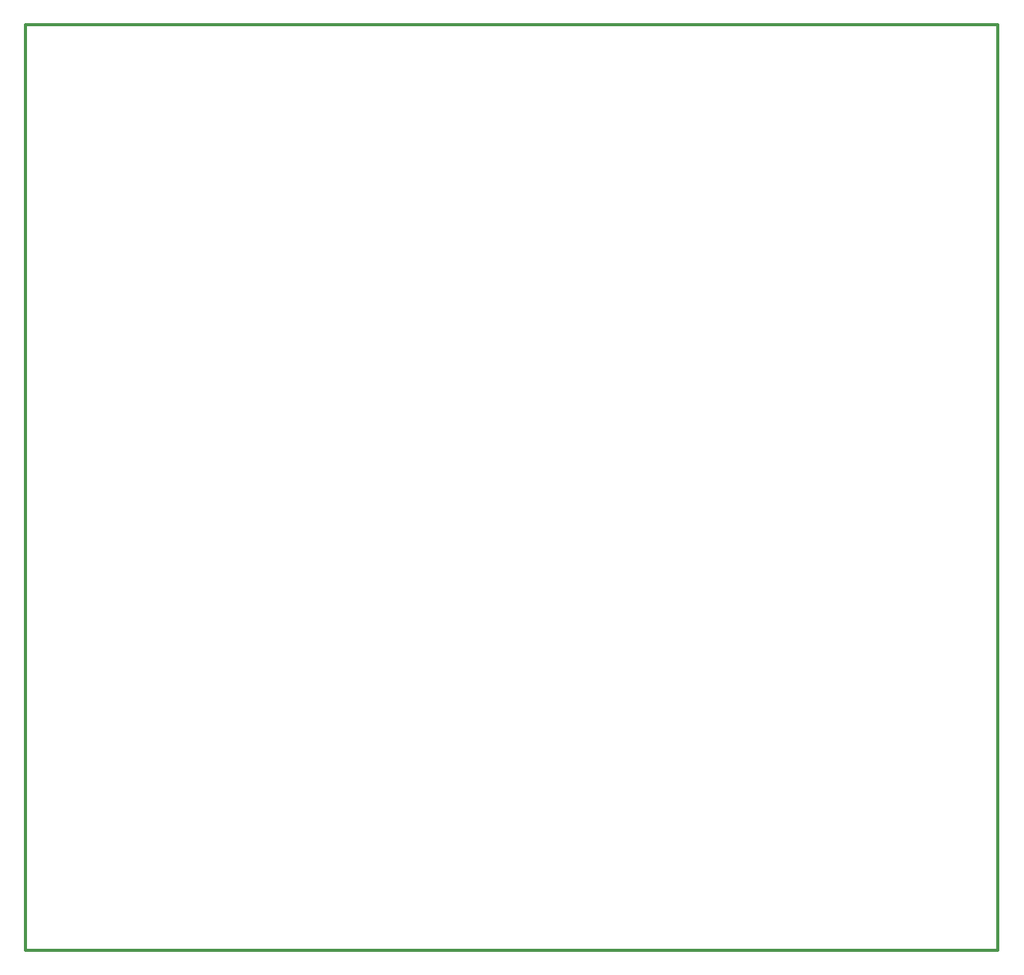
<source format=gko>
%FSTAX44Y44*%
%MOMM*%
G71*
G01*
G75*
G04 Layer_Color=16744960*
G04:AMPARAMS|DCode=10|XSize=0.8mm|YSize=1mm|CornerRadius=0.2mm|HoleSize=0mm|Usage=FLASHONLY|Rotation=270.000|XOffset=0mm|YOffset=0mm|HoleType=Round|Shape=RoundedRectangle|*
%AMROUNDEDRECTD10*
21,1,0.8000,0.6000,0,0,270.0*
21,1,0.4000,1.0000,0,0,270.0*
1,1,0.4000,-0.3000,-0.2000*
1,1,0.4000,-0.3000,0.2000*
1,1,0.4000,0.3000,0.2000*
1,1,0.4000,0.3000,-0.2000*
%
%ADD10ROUNDEDRECTD10*%
G04:AMPARAMS|DCode=11|XSize=0.8mm|YSize=1mm|CornerRadius=0.2mm|HoleSize=0mm|Usage=FLASHONLY|Rotation=0.000|XOffset=0mm|YOffset=0mm|HoleType=Round|Shape=RoundedRectangle|*
%AMROUNDEDRECTD11*
21,1,0.8000,0.6000,0,0,0.0*
21,1,0.4000,1.0000,0,0,0.0*
1,1,0.4000,0.2000,-0.3000*
1,1,0.4000,-0.2000,-0.3000*
1,1,0.4000,-0.2000,0.3000*
1,1,0.4000,0.2000,0.3000*
%
%ADD11ROUNDEDRECTD11*%
G04:AMPARAMS|DCode=12|XSize=0.9mm|YSize=0.8mm|CornerRadius=0.2mm|HoleSize=0mm|Usage=FLASHONLY|Rotation=90.000|XOffset=0mm|YOffset=0mm|HoleType=Round|Shape=RoundedRectangle|*
%AMROUNDEDRECTD12*
21,1,0.9000,0.4000,0,0,90.0*
21,1,0.5000,0.8000,0,0,90.0*
1,1,0.4000,0.2000,0.2500*
1,1,0.4000,0.2000,-0.2500*
1,1,0.4000,-0.2000,-0.2500*
1,1,0.4000,-0.2000,0.2500*
%
%ADD12ROUNDEDRECTD12*%
G04:AMPARAMS|DCode=13|XSize=0.45mm|YSize=0.8mm|CornerRadius=0.1125mm|HoleSize=0mm|Usage=FLASHONLY|Rotation=180.000|XOffset=0mm|YOffset=0mm|HoleType=Round|Shape=RoundedRectangle|*
%AMROUNDEDRECTD13*
21,1,0.4500,0.5750,0,0,180.0*
21,1,0.2250,0.8000,0,0,180.0*
1,1,0.2250,-0.1125,0.2875*
1,1,0.2250,0.1125,0.2875*
1,1,0.2250,0.1125,-0.2875*
1,1,0.2250,-0.1125,-0.2875*
%
%ADD13ROUNDEDRECTD13*%
G04:AMPARAMS|DCode=14|XSize=1mm|YSize=0.8mm|CornerRadius=0.2mm|HoleSize=0mm|Usage=FLASHONLY|Rotation=180.000|XOffset=0mm|YOffset=0mm|HoleType=Round|Shape=RoundedRectangle|*
%AMROUNDEDRECTD14*
21,1,1.0000,0.4000,0,0,180.0*
21,1,0.6000,0.8000,0,0,180.0*
1,1,0.4000,-0.3000,0.2000*
1,1,0.4000,0.3000,0.2000*
1,1,0.4000,0.3000,-0.2000*
1,1,0.4000,-0.3000,-0.2000*
%
%ADD14ROUNDEDRECTD14*%
G04:AMPARAMS|DCode=15|XSize=1.9mm|YSize=0.4mm|CornerRadius=0.1mm|HoleSize=0mm|Usage=FLASHONLY|Rotation=180.000|XOffset=0mm|YOffset=0mm|HoleType=Round|Shape=RoundedRectangle|*
%AMROUNDEDRECTD15*
21,1,1.9000,0.2000,0,0,180.0*
21,1,1.7000,0.4000,0,0,180.0*
1,1,0.2000,-0.8500,0.1000*
1,1,0.2000,0.8500,0.1000*
1,1,0.2000,0.8500,-0.1000*
1,1,0.2000,-0.8500,-0.1000*
%
%ADD15ROUNDEDRECTD15*%
G04:AMPARAMS|DCode=16|XSize=0.8mm|YSize=0.85mm|CornerRadius=0.2mm|HoleSize=0mm|Usage=FLASHONLY|Rotation=90.000|XOffset=0mm|YOffset=0mm|HoleType=Round|Shape=RoundedRectangle|*
%AMROUNDEDRECTD16*
21,1,0.8000,0.4500,0,0,90.0*
21,1,0.4000,0.8500,0,0,90.0*
1,1,0.4000,0.2250,0.2000*
1,1,0.4000,0.2250,-0.2000*
1,1,0.4000,-0.2250,-0.2000*
1,1,0.4000,-0.2250,0.2000*
%
%ADD16ROUNDEDRECTD16*%
G04:AMPARAMS|DCode=17|XSize=1.6mm|YSize=1.3mm|CornerRadius=0.325mm|HoleSize=0mm|Usage=FLASHONLY|Rotation=0.000|XOffset=0mm|YOffset=0mm|HoleType=Round|Shape=RoundedRectangle|*
%AMROUNDEDRECTD17*
21,1,1.6000,0.6500,0,0,0.0*
21,1,0.9500,1.3000,0,0,0.0*
1,1,0.6500,0.4750,-0.3250*
1,1,0.6500,-0.4750,-0.3250*
1,1,0.6500,-0.4750,0.3250*
1,1,0.6500,0.4750,0.3250*
%
%ADD17ROUNDEDRECTD17*%
G04:AMPARAMS|DCode=18|XSize=2mm|YSize=1.6mm|CornerRadius=0.4mm|HoleSize=0mm|Usage=FLASHONLY|Rotation=90.000|XOffset=0mm|YOffset=0mm|HoleType=Round|Shape=RoundedRectangle|*
%AMROUNDEDRECTD18*
21,1,2.0000,0.8000,0,0,90.0*
21,1,1.2000,1.6000,0,0,90.0*
1,1,0.8000,0.4000,0.6000*
1,1,0.8000,0.4000,-0.6000*
1,1,0.8000,-0.4000,-0.6000*
1,1,0.8000,-0.4000,0.6000*
%
%ADD18ROUNDEDRECTD18*%
G04:AMPARAMS|DCode=19|XSize=2mm|YSize=2.6mm|CornerRadius=0.5mm|HoleSize=0mm|Usage=FLASHONLY|Rotation=90.000|XOffset=0mm|YOffset=0mm|HoleType=Round|Shape=RoundedRectangle|*
%AMROUNDEDRECTD19*
21,1,2.0000,1.6000,0,0,90.0*
21,1,1.0000,2.6000,0,0,90.0*
1,1,1.0000,0.8000,0.5000*
1,1,1.0000,0.8000,-0.5000*
1,1,1.0000,-0.8000,-0.5000*
1,1,1.0000,-0.8000,0.5000*
%
%ADD19ROUNDEDRECTD19*%
G04:AMPARAMS|DCode=20|XSize=1.25mm|YSize=1mm|CornerRadius=0.25mm|HoleSize=0mm|Usage=FLASHONLY|Rotation=180.000|XOffset=0mm|YOffset=0mm|HoleType=Round|Shape=RoundedRectangle|*
%AMROUNDEDRECTD20*
21,1,1.2500,0.5000,0,0,180.0*
21,1,0.7500,1.0000,0,0,180.0*
1,1,0.5000,-0.3750,0.2500*
1,1,0.5000,0.3750,0.2500*
1,1,0.5000,0.3750,-0.2500*
1,1,0.5000,-0.3750,-0.2500*
%
%ADD20ROUNDEDRECTD20*%
G04:AMPARAMS|DCode=21|XSize=1.8mm|YSize=2.8mm|CornerRadius=0.18mm|HoleSize=0mm|Usage=FLASHONLY|Rotation=90.000|XOffset=0mm|YOffset=0mm|HoleType=Round|Shape=RoundedRectangle|*
%AMROUNDEDRECTD21*
21,1,1.8000,2.4400,0,0,90.0*
21,1,1.4400,2.8000,0,0,90.0*
1,1,0.3600,1.2200,0.7200*
1,1,0.3600,1.2200,-0.7200*
1,1,0.3600,-1.2200,-0.7200*
1,1,0.3600,-1.2200,0.7200*
%
%ADD21ROUNDEDRECTD21*%
G04:AMPARAMS|DCode=22|XSize=0.7mm|YSize=1mm|CornerRadius=0.175mm|HoleSize=0mm|Usage=FLASHONLY|Rotation=270.000|XOffset=0mm|YOffset=0mm|HoleType=Round|Shape=RoundedRectangle|*
%AMROUNDEDRECTD22*
21,1,0.7000,0.6500,0,0,270.0*
21,1,0.3500,1.0000,0,0,270.0*
1,1,0.3500,-0.3250,-0.1750*
1,1,0.3500,-0.3250,0.1750*
1,1,0.3500,0.3250,0.1750*
1,1,0.3500,0.3250,-0.1750*
%
%ADD22ROUNDEDRECTD22*%
G04:AMPARAMS|DCode=23|XSize=2mm|YSize=1.6mm|CornerRadius=0.4mm|HoleSize=0mm|Usage=FLASHONLY|Rotation=0.000|XOffset=0mm|YOffset=0mm|HoleType=Round|Shape=RoundedRectangle|*
%AMROUNDEDRECTD23*
21,1,2.0000,0.8000,0,0,0.0*
21,1,1.2000,1.6000,0,0,0.0*
1,1,0.8000,0.6000,-0.4000*
1,1,0.8000,-0.6000,-0.4000*
1,1,0.8000,-0.6000,0.4000*
1,1,0.8000,0.6000,0.4000*
%
%ADD23ROUNDEDRECTD23*%
G04:AMPARAMS|DCode=24|XSize=2mm|YSize=2.6mm|CornerRadius=0.5mm|HoleSize=0mm|Usage=FLASHONLY|Rotation=0.000|XOffset=0mm|YOffset=0mm|HoleType=Round|Shape=RoundedRectangle|*
%AMROUNDEDRECTD24*
21,1,2.0000,1.6000,0,0,0.0*
21,1,1.0000,2.6000,0,0,0.0*
1,1,1.0000,0.5000,-0.8000*
1,1,1.0000,-0.5000,-0.8000*
1,1,1.0000,-0.5000,0.8000*
1,1,1.0000,0.5000,0.8000*
%
%ADD24ROUNDEDRECTD24*%
G04:AMPARAMS|DCode=25|XSize=2.4mm|YSize=3mm|CornerRadius=0.24mm|HoleSize=0mm|Usage=FLASHONLY|Rotation=270.000|XOffset=0mm|YOffset=0mm|HoleType=Round|Shape=RoundedRectangle|*
%AMROUNDEDRECTD25*
21,1,2.4000,2.5200,0,0,270.0*
21,1,1.9200,3.0000,0,0,270.0*
1,1,0.4800,-1.2600,-0.9600*
1,1,0.4800,-1.2600,0.9600*
1,1,0.4800,1.2600,0.9600*
1,1,0.4800,1.2600,-0.9600*
%
%ADD25ROUNDEDRECTD25*%
G04:AMPARAMS|DCode=26|XSize=2.65mm|YSize=1.75mm|CornerRadius=0.4375mm|HoleSize=0mm|Usage=FLASHONLY|Rotation=180.000|XOffset=0mm|YOffset=0mm|HoleType=Round|Shape=RoundedRectangle|*
%AMROUNDEDRECTD26*
21,1,2.6500,0.8750,0,0,180.0*
21,1,1.7750,1.7500,0,0,180.0*
1,1,0.8750,-0.8875,0.4375*
1,1,0.8750,0.8875,0.4375*
1,1,0.8750,0.8875,-0.4375*
1,1,0.8750,-0.8875,-0.4375*
%
%ADD26ROUNDEDRECTD26*%
G04:AMPARAMS|DCode=27|XSize=1.8mm|YSize=2.8mm|CornerRadius=0.18mm|HoleSize=0mm|Usage=FLASHONLY|Rotation=180.000|XOffset=0mm|YOffset=0mm|HoleType=Round|Shape=RoundedRectangle|*
%AMROUNDEDRECTD27*
21,1,1.8000,2.4400,0,0,180.0*
21,1,1.4400,2.8000,0,0,180.0*
1,1,0.3600,-0.7200,1.2200*
1,1,0.3600,0.7200,1.2200*
1,1,0.3600,0.7200,-1.2200*
1,1,0.3600,-0.7200,-1.2200*
%
%ADD27ROUNDEDRECTD27*%
G04:AMPARAMS|DCode=28|XSize=1.25mm|YSize=1mm|CornerRadius=0.25mm|HoleSize=0mm|Usage=FLASHONLY|Rotation=90.000|XOffset=0mm|YOffset=0mm|HoleType=Round|Shape=RoundedRectangle|*
%AMROUNDEDRECTD28*
21,1,1.2500,0.5000,0,0,90.0*
21,1,0.7500,1.0000,0,0,90.0*
1,1,0.5000,0.2500,0.3750*
1,1,0.5000,0.2500,-0.3750*
1,1,0.5000,-0.2500,-0.3750*
1,1,0.5000,-0.2500,0.3750*
%
%ADD28ROUNDEDRECTD28*%
%ADD29O,0.4000X1.9000*%
G04:AMPARAMS|DCode=30|XSize=0.9mm|YSize=0.8mm|CornerRadius=0.2mm|HoleSize=0mm|Usage=FLASHONLY|Rotation=180.000|XOffset=0mm|YOffset=0mm|HoleType=Round|Shape=RoundedRectangle|*
%AMROUNDEDRECTD30*
21,1,0.9000,0.4000,0,0,180.0*
21,1,0.5000,0.8000,0,0,180.0*
1,1,0.4000,-0.2500,0.2000*
1,1,0.4000,0.2500,0.2000*
1,1,0.4000,0.2500,-0.2000*
1,1,0.4000,-0.2500,-0.2000*
%
%ADD30ROUNDEDRECTD30*%
G04:AMPARAMS|DCode=31|XSize=0.7mm|YSize=1mm|CornerRadius=0.175mm|HoleSize=0mm|Usage=FLASHONLY|Rotation=0.000|XOffset=0mm|YOffset=0mm|HoleType=Round|Shape=RoundedRectangle|*
%AMROUNDEDRECTD31*
21,1,0.7000,0.6500,0,0,0.0*
21,1,0.3500,1.0000,0,0,0.0*
1,1,0.3500,0.1750,-0.3250*
1,1,0.3500,-0.1750,-0.3250*
1,1,0.3500,-0.1750,0.3250*
1,1,0.3500,0.1750,0.3250*
%
%ADD31ROUNDEDRECTD31*%
G04:AMPARAMS|DCode=32|XSize=0.8mm|YSize=0.85mm|CornerRadius=0.2mm|HoleSize=0mm|Usage=FLASHONLY|Rotation=180.000|XOffset=0mm|YOffset=0mm|HoleType=Round|Shape=RoundedRectangle|*
%AMROUNDEDRECTD32*
21,1,0.8000,0.4500,0,0,180.0*
21,1,0.4000,0.8500,0,0,180.0*
1,1,0.4000,-0.2000,0.2250*
1,1,0.4000,0.2000,0.2250*
1,1,0.4000,0.2000,-0.2250*
1,1,0.4000,-0.2000,-0.2250*
%
%ADD32ROUNDEDRECTD32*%
G04:AMPARAMS|DCode=33|XSize=0.6mm|YSize=2.2mm|CornerRadius=0.15mm|HoleSize=0mm|Usage=FLASHONLY|Rotation=0.000|XOffset=0mm|YOffset=0mm|HoleType=Round|Shape=RoundedRectangle|*
%AMROUNDEDRECTD33*
21,1,0.6000,1.9000,0,0,0.0*
21,1,0.3000,2.2000,0,0,0.0*
1,1,0.3000,0.1500,-0.9500*
1,1,0.3000,-0.1500,-0.9500*
1,1,0.3000,-0.1500,0.9500*
1,1,0.3000,0.1500,0.9500*
%
%ADD33ROUNDEDRECTD33*%
G04:AMPARAMS|DCode=34|XSize=2.2mm|YSize=2.8mm|CornerRadius=0.33mm|HoleSize=0mm|Usage=FLASHONLY|Rotation=90.000|XOffset=0mm|YOffset=0mm|HoleType=Round|Shape=RoundedRectangle|*
%AMROUNDEDRECTD34*
21,1,2.2000,2.1400,0,0,90.0*
21,1,1.5400,2.8000,0,0,90.0*
1,1,0.6600,1.0700,0.7700*
1,1,0.6600,1.0700,-0.7700*
1,1,0.6600,-1.0700,-0.7700*
1,1,0.6600,-1.0700,0.7700*
%
%ADD34ROUNDEDRECTD34*%
G04:AMPARAMS|DCode=35|XSize=1mm|YSize=0.8mm|CornerRadius=0.2mm|HoleSize=0mm|Usage=FLASHONLY|Rotation=90.000|XOffset=0mm|YOffset=0mm|HoleType=Round|Shape=RoundedRectangle|*
%AMROUNDEDRECTD35*
21,1,1.0000,0.4000,0,0,90.0*
21,1,0.6000,0.8000,0,0,90.0*
1,1,0.4000,0.2000,0.3000*
1,1,0.4000,0.2000,-0.3000*
1,1,0.4000,-0.2000,-0.3000*
1,1,0.4000,-0.2000,0.3000*
%
%ADD35ROUNDEDRECTD35*%
G04:AMPARAMS|DCode=36|XSize=0.5mm|YSize=0.65mm|CornerRadius=0.125mm|HoleSize=0mm|Usage=FLASHONLY|Rotation=180.000|XOffset=0mm|YOffset=0mm|HoleType=Round|Shape=RoundedRectangle|*
%AMROUNDEDRECTD36*
21,1,0.5000,0.4000,0,0,180.0*
21,1,0.2500,0.6500,0,0,180.0*
1,1,0.2500,-0.1250,0.2000*
1,1,0.2500,0.1250,0.2000*
1,1,0.2500,0.1250,-0.2000*
1,1,0.2500,-0.1250,-0.2000*
%
%ADD36ROUNDEDRECTD36*%
G04:AMPARAMS|DCode=37|XSize=0.3mm|YSize=1.9mm|CornerRadius=0.075mm|HoleSize=0mm|Usage=FLASHONLY|Rotation=270.000|XOffset=0mm|YOffset=0mm|HoleType=Round|Shape=RoundedRectangle|*
%AMROUNDEDRECTD37*
21,1,0.3000,1.7500,0,0,270.0*
21,1,0.1500,1.9000,0,0,270.0*
1,1,0.1500,-0.8750,-0.0750*
1,1,0.1500,-0.8750,0.0750*
1,1,0.1500,0.8750,0.0750*
1,1,0.1500,0.8750,-0.0750*
%
%ADD37ROUNDEDRECTD37*%
G04:AMPARAMS|DCode=38|XSize=0.3mm|YSize=1.9mm|CornerRadius=0.075mm|HoleSize=0mm|Usage=FLASHONLY|Rotation=180.000|XOffset=0mm|YOffset=0mm|HoleType=Round|Shape=RoundedRectangle|*
%AMROUNDEDRECTD38*
21,1,0.3000,1.7500,0,0,180.0*
21,1,0.1500,1.9000,0,0,180.0*
1,1,0.1500,-0.0750,0.8750*
1,1,0.1500,0.0750,0.8750*
1,1,0.1500,0.0750,-0.8750*
1,1,0.1500,-0.0750,-0.8750*
%
%ADD38ROUNDEDRECTD38*%
G04:AMPARAMS|DCode=39|XSize=6mm|YSize=6mm|CornerRadius=0.3mm|HoleSize=0mm|Usage=FLASHONLY|Rotation=270.000|XOffset=0mm|YOffset=0mm|HoleType=Round|Shape=RoundedRectangle|*
%AMROUNDEDRECTD39*
21,1,6.0000,5.4000,0,0,270.0*
21,1,5.4000,6.0000,0,0,270.0*
1,1,0.6000,-2.7000,-2.7000*
1,1,0.6000,-2.7000,2.7000*
1,1,0.6000,2.7000,2.7000*
1,1,0.6000,2.7000,-2.7000*
%
%ADD39ROUNDEDRECTD39*%
%ADD40C,0.3000*%
%ADD41C,0.2540*%
%ADD42C,1.0000*%
%ADD43C,0.4000*%
%ADD44C,0.7000*%
%ADD45C,0.5000*%
%ADD46C,0.2500*%
%ADD47C,0.2000*%
%ADD48C,2.0000*%
%ADD49C,1.6000*%
%ADD50C,2.5000*%
%ADD51C,2.0000*%
%ADD52C,1.3000*%
%ADD53C,2.2000*%
%ADD54C,0.6000*%
%ADD55C,1.0000*%
%ADD56C,0.7000*%
%ADD57C,1.0160*%
%ADD58C,2.0160*%
G04:AMPARAMS|DCode=59|XSize=2.524mm|YSize=2.524mm|CornerRadius=0mm|HoleSize=0mm|Usage=FLASHONLY|Rotation=0.000|XOffset=0mm|YOffset=0mm|HoleType=Round|Shape=Relief|Width=0.254mm|Gap=0.254mm|Entries=4|*
%AMTHD59*
7,0,0,2.5240,2.0160,0.2540,45*
%
%ADD59THD59*%
%ADD60C,2.6160*%
%ADD61C,2.2160*%
%ADD62C,2.6160*%
G04:AMPARAMS|DCode=63|XSize=3.124mm|YSize=3.124mm|CornerRadius=0mm|HoleSize=0mm|Usage=FLASHONLY|Rotation=0.000|XOffset=0mm|YOffset=0mm|HoleType=Round|Shape=Relief|Width=0.254mm|Gap=0.254mm|Entries=4|*
%AMTHD63*
7,0,0,3.1240,2.6160,0.2540,45*
%
%ADD63THD63*%
%ADD64C,2.3160*%
G04:AMPARAMS|DCode=65|XSize=2.824mm|YSize=2.824mm|CornerRadius=0mm|HoleSize=0mm|Usage=FLASHONLY|Rotation=0.000|XOffset=0mm|YOffset=0mm|HoleType=Round|Shape=Relief|Width=0.254mm|Gap=0.254mm|Entries=4|*
%AMTHD65*
7,0,0,2.8240,2.3160,0.2540,45*
%
%ADD65THD65*%
%ADD66C,1.8160*%
G04:AMPARAMS|DCode=67|XSize=2.324mm|YSize=2.324mm|CornerRadius=0mm|HoleSize=0mm|Usage=FLASHONLY|Rotation=0.000|XOffset=0mm|YOffset=0mm|HoleType=Round|Shape=Relief|Width=0.254mm|Gap=0.254mm|Entries=4|*
%AMTHD67*
7,0,0,2.3240,1.8160,0.2540,45*
%
%ADD67THD67*%
%ADD68C,6.0960*%
G04:AMPARAMS|DCode=69|XSize=1.824mm|YSize=1.824mm|CornerRadius=0mm|HoleSize=0mm|Usage=FLASHONLY|Rotation=0.000|XOffset=0mm|YOffset=0mm|HoleType=Round|Shape=Relief|Width=0.254mm|Gap=0.254mm|Entries=4|*
%AMTHD69*
7,0,0,1.8240,1.3160,0.2540,45*
%
%ADD69THD69*%
%ADD70C,1.3160*%
G04:AMPARAMS|DCode=71|XSize=2.124mm|YSize=2.124mm|CornerRadius=0mm|HoleSize=0mm|Usage=FLASHONLY|Rotation=0.000|XOffset=0mm|YOffset=0mm|HoleType=Round|Shape=Relief|Width=0.254mm|Gap=0.254mm|Entries=4|*
%AMTHD71*
7,0,0,2.1240,1.6160,0.2540,45*
%
%ADD71THD71*%
%ADD72C,1.6160*%
%ADD73C,0.0254*%
%ADD74C,0.3500*%
G04:AMPARAMS|DCode=75|XSize=1mm|YSize=1.2mm|CornerRadius=0.3mm|HoleSize=0mm|Usage=FLASHONLY|Rotation=270.000|XOffset=0mm|YOffset=0mm|HoleType=Round|Shape=RoundedRectangle|*
%AMROUNDEDRECTD75*
21,1,1.0000,0.6000,0,0,270.0*
21,1,0.4000,1.2000,0,0,270.0*
1,1,0.6000,-0.3000,-0.2000*
1,1,0.6000,-0.3000,0.2000*
1,1,0.6000,0.3000,0.2000*
1,1,0.6000,0.3000,-0.2000*
%
%ADD75ROUNDEDRECTD75*%
G04:AMPARAMS|DCode=76|XSize=1mm|YSize=1.2mm|CornerRadius=0.3mm|HoleSize=0mm|Usage=FLASHONLY|Rotation=0.000|XOffset=0mm|YOffset=0mm|HoleType=Round|Shape=RoundedRectangle|*
%AMROUNDEDRECTD76*
21,1,1.0000,0.6000,0,0,0.0*
21,1,0.4000,1.2000,0,0,0.0*
1,1,0.6000,0.2000,-0.3000*
1,1,0.6000,-0.2000,-0.3000*
1,1,0.6000,-0.2000,0.3000*
1,1,0.6000,0.2000,0.3000*
%
%ADD76ROUNDEDRECTD76*%
G04:AMPARAMS|DCode=77|XSize=1.1032mm|YSize=1.0032mm|CornerRadius=0.3016mm|HoleSize=0mm|Usage=FLASHONLY|Rotation=90.000|XOffset=0mm|YOffset=0mm|HoleType=Round|Shape=RoundedRectangle|*
%AMROUNDEDRECTD77*
21,1,1.1032,0.4000,0,0,90.0*
21,1,0.5000,1.0032,0,0,90.0*
1,1,0.6032,0.2000,0.2500*
1,1,0.6032,0.2000,-0.2500*
1,1,0.6032,-0.2000,-0.2500*
1,1,0.6032,-0.2000,0.2500*
%
%ADD77ROUNDEDRECTD77*%
G04:AMPARAMS|DCode=78|XSize=0.6532mm|YSize=1.0032mm|CornerRadius=0.2141mm|HoleSize=0mm|Usage=FLASHONLY|Rotation=180.000|XOffset=0mm|YOffset=0mm|HoleType=Round|Shape=RoundedRectangle|*
%AMROUNDEDRECTD78*
21,1,0.6532,0.5750,0,0,180.0*
21,1,0.2250,1.0032,0,0,180.0*
1,1,0.4282,-0.1125,0.2875*
1,1,0.4282,0.1125,0.2875*
1,1,0.4282,0.1125,-0.2875*
1,1,0.4282,-0.1125,-0.2875*
%
%ADD78ROUNDEDRECTD78*%
G04:AMPARAMS|DCode=79|XSize=1.2032mm|YSize=1.0032mm|CornerRadius=0.3016mm|HoleSize=0mm|Usage=FLASHONLY|Rotation=180.000|XOffset=0mm|YOffset=0mm|HoleType=Round|Shape=RoundedRectangle|*
%AMROUNDEDRECTD79*
21,1,1.2032,0.4000,0,0,180.0*
21,1,0.6000,1.0032,0,0,180.0*
1,1,0.6032,-0.3000,0.2000*
1,1,0.6032,0.3000,0.2000*
1,1,0.6032,0.3000,-0.2000*
1,1,0.6032,-0.3000,-0.2000*
%
%ADD79ROUNDEDRECTD79*%
G04:AMPARAMS|DCode=80|XSize=2mm|YSize=0.5mm|CornerRadius=0.15mm|HoleSize=0mm|Usage=FLASHONLY|Rotation=180.000|XOffset=0mm|YOffset=0mm|HoleType=Round|Shape=RoundedRectangle|*
%AMROUNDEDRECTD80*
21,1,2.0000,0.2000,0,0,180.0*
21,1,1.7000,0.5000,0,0,180.0*
1,1,0.3000,-0.8500,0.1000*
1,1,0.3000,0.8500,0.1000*
1,1,0.3000,0.8500,-0.1000*
1,1,0.3000,-0.8500,-0.1000*
%
%ADD80ROUNDEDRECTD80*%
G04:AMPARAMS|DCode=81|XSize=1.0032mm|YSize=1.0532mm|CornerRadius=0.3016mm|HoleSize=0mm|Usage=FLASHONLY|Rotation=90.000|XOffset=0mm|YOffset=0mm|HoleType=Round|Shape=RoundedRectangle|*
%AMROUNDEDRECTD81*
21,1,1.0032,0.4500,0,0,90.0*
21,1,0.4000,1.0532,0,0,90.0*
1,1,0.6032,0.2250,0.2000*
1,1,0.6032,0.2250,-0.2000*
1,1,0.6032,-0.2250,-0.2000*
1,1,0.6032,-0.2250,0.2000*
%
%ADD81ROUNDEDRECTD81*%
G04:AMPARAMS|DCode=82|XSize=1.8032mm|YSize=1.5032mm|CornerRadius=0.4266mm|HoleSize=0mm|Usage=FLASHONLY|Rotation=0.000|XOffset=0mm|YOffset=0mm|HoleType=Round|Shape=RoundedRectangle|*
%AMROUNDEDRECTD82*
21,1,1.8032,0.6500,0,0,0.0*
21,1,0.9500,1.5032,0,0,0.0*
1,1,0.8532,0.4750,-0.3250*
1,1,0.8532,-0.4750,-0.3250*
1,1,0.8532,-0.4750,0.3250*
1,1,0.8532,0.4750,0.3250*
%
%ADD82ROUNDEDRECTD82*%
G04:AMPARAMS|DCode=83|XSize=2.2mm|YSize=1.8mm|CornerRadius=0.5mm|HoleSize=0mm|Usage=FLASHONLY|Rotation=90.000|XOffset=0mm|YOffset=0mm|HoleType=Round|Shape=RoundedRectangle|*
%AMROUNDEDRECTD83*
21,1,2.2000,0.8000,0,0,90.0*
21,1,1.2000,1.8000,0,0,90.0*
1,1,1.0000,0.4000,0.6000*
1,1,1.0000,0.4000,-0.6000*
1,1,1.0000,-0.4000,-0.6000*
1,1,1.0000,-0.4000,0.6000*
%
%ADD83ROUNDEDRECTD83*%
G04:AMPARAMS|DCode=84|XSize=2.2mm|YSize=2.8mm|CornerRadius=0.6mm|HoleSize=0mm|Usage=FLASHONLY|Rotation=90.000|XOffset=0mm|YOffset=0mm|HoleType=Round|Shape=RoundedRectangle|*
%AMROUNDEDRECTD84*
21,1,2.2000,1.6000,0,0,90.0*
21,1,1.0000,2.8000,0,0,90.0*
1,1,1.2000,0.8000,0.5000*
1,1,1.2000,0.8000,-0.5000*
1,1,1.2000,-0.8000,-0.5000*
1,1,1.2000,-0.8000,0.5000*
%
%ADD84ROUNDEDRECTD84*%
G04:AMPARAMS|DCode=85|XSize=1.4532mm|YSize=1.2032mm|CornerRadius=0.3516mm|HoleSize=0mm|Usage=FLASHONLY|Rotation=180.000|XOffset=0mm|YOffset=0mm|HoleType=Round|Shape=RoundedRectangle|*
%AMROUNDEDRECTD85*
21,1,1.4532,0.5000,0,0,180.0*
21,1,0.7500,1.2032,0,0,180.0*
1,1,0.7032,-0.3750,0.2500*
1,1,0.7032,0.3750,0.2500*
1,1,0.7032,0.3750,-0.2500*
1,1,0.7032,-0.3750,-0.2500*
%
%ADD85ROUNDEDRECTD85*%
G04:AMPARAMS|DCode=86|XSize=2.0032mm|YSize=3.0032mm|CornerRadius=0.2816mm|HoleSize=0mm|Usage=FLASHONLY|Rotation=90.000|XOffset=0mm|YOffset=0mm|HoleType=Round|Shape=RoundedRectangle|*
%AMROUNDEDRECTD86*
21,1,2.0032,2.4400,0,0,90.0*
21,1,1.4400,3.0032,0,0,90.0*
1,1,0.5632,1.2200,0.7200*
1,1,0.5632,1.2200,-0.7200*
1,1,0.5632,-1.2200,-0.7200*
1,1,0.5632,-1.2200,0.7200*
%
%ADD86ROUNDEDRECTD86*%
G04:AMPARAMS|DCode=87|XSize=0.9032mm|YSize=1.2032mm|CornerRadius=0.2766mm|HoleSize=0mm|Usage=FLASHONLY|Rotation=270.000|XOffset=0mm|YOffset=0mm|HoleType=Round|Shape=RoundedRectangle|*
%AMROUNDEDRECTD87*
21,1,0.9032,0.6500,0,0,270.0*
21,1,0.3500,1.2032,0,0,270.0*
1,1,0.5532,-0.3250,-0.1750*
1,1,0.5532,-0.3250,0.1750*
1,1,0.5532,0.3250,0.1750*
1,1,0.5532,0.3250,-0.1750*
%
%ADD87ROUNDEDRECTD87*%
G04:AMPARAMS|DCode=88|XSize=2.2mm|YSize=1.8mm|CornerRadius=0.5mm|HoleSize=0mm|Usage=FLASHONLY|Rotation=0.000|XOffset=0mm|YOffset=0mm|HoleType=Round|Shape=RoundedRectangle|*
%AMROUNDEDRECTD88*
21,1,2.2000,0.8000,0,0,0.0*
21,1,1.2000,1.8000,0,0,0.0*
1,1,1.0000,0.6000,-0.4000*
1,1,1.0000,-0.6000,-0.4000*
1,1,1.0000,-0.6000,0.4000*
1,1,1.0000,0.6000,0.4000*
%
%ADD88ROUNDEDRECTD88*%
G04:AMPARAMS|DCode=89|XSize=2.2mm|YSize=2.8mm|CornerRadius=0.6mm|HoleSize=0mm|Usage=FLASHONLY|Rotation=0.000|XOffset=0mm|YOffset=0mm|HoleType=Round|Shape=RoundedRectangle|*
%AMROUNDEDRECTD89*
21,1,2.2000,1.6000,0,0,0.0*
21,1,1.0000,2.8000,0,0,0.0*
1,1,1.2000,0.5000,-0.8000*
1,1,1.2000,-0.5000,-0.8000*
1,1,1.2000,-0.5000,0.8000*
1,1,1.2000,0.5000,0.8000*
%
%ADD89ROUNDEDRECTD89*%
G04:AMPARAMS|DCode=90|XSize=2.6032mm|YSize=3.2032mm|CornerRadius=0.3416mm|HoleSize=0mm|Usage=FLASHONLY|Rotation=270.000|XOffset=0mm|YOffset=0mm|HoleType=Round|Shape=RoundedRectangle|*
%AMROUNDEDRECTD90*
21,1,2.6032,2.5200,0,0,270.0*
21,1,1.9200,3.2032,0,0,270.0*
1,1,0.6832,-1.2600,-0.9600*
1,1,0.6832,-1.2600,0.9600*
1,1,0.6832,1.2600,0.9600*
1,1,0.6832,1.2600,-0.9600*
%
%ADD90ROUNDEDRECTD90*%
G04:AMPARAMS|DCode=91|XSize=2.8532mm|YSize=1.9532mm|CornerRadius=0.5391mm|HoleSize=0mm|Usage=FLASHONLY|Rotation=180.000|XOffset=0mm|YOffset=0mm|HoleType=Round|Shape=RoundedRectangle|*
%AMROUNDEDRECTD91*
21,1,2.8532,0.8750,0,0,180.0*
21,1,1.7750,1.9532,0,0,180.0*
1,1,1.0782,-0.8875,0.4375*
1,1,1.0782,0.8875,0.4375*
1,1,1.0782,0.8875,-0.4375*
1,1,1.0782,-0.8875,-0.4375*
%
%ADD91ROUNDEDRECTD91*%
G04:AMPARAMS|DCode=92|XSize=2.0032mm|YSize=3.0032mm|CornerRadius=0.2816mm|HoleSize=0mm|Usage=FLASHONLY|Rotation=180.000|XOffset=0mm|YOffset=0mm|HoleType=Round|Shape=RoundedRectangle|*
%AMROUNDEDRECTD92*
21,1,2.0032,2.4400,0,0,180.0*
21,1,1.4400,3.0032,0,0,180.0*
1,1,0.5632,-0.7200,1.2200*
1,1,0.5632,0.7200,1.2200*
1,1,0.5632,0.7200,-1.2200*
1,1,0.5632,-0.7200,-1.2200*
%
%ADD92ROUNDEDRECTD92*%
G04:AMPARAMS|DCode=93|XSize=1.4532mm|YSize=1.2032mm|CornerRadius=0.3516mm|HoleSize=0mm|Usage=FLASHONLY|Rotation=90.000|XOffset=0mm|YOffset=0mm|HoleType=Round|Shape=RoundedRectangle|*
%AMROUNDEDRECTD93*
21,1,1.4532,0.5000,0,0,90.0*
21,1,0.7500,1.2032,0,0,90.0*
1,1,0.7032,0.2500,0.3750*
1,1,0.7032,0.2500,-0.3750*
1,1,0.7032,-0.2500,-0.3750*
1,1,0.7032,-0.2500,0.3750*
%
%ADD93ROUNDEDRECTD93*%
%ADD94O,0.5000X2.0000*%
G04:AMPARAMS|DCode=95|XSize=1.1032mm|YSize=1.0032mm|CornerRadius=0.3016mm|HoleSize=0mm|Usage=FLASHONLY|Rotation=180.000|XOffset=0mm|YOffset=0mm|HoleType=Round|Shape=RoundedRectangle|*
%AMROUNDEDRECTD95*
21,1,1.1032,0.4000,0,0,180.0*
21,1,0.5000,1.0032,0,0,180.0*
1,1,0.6032,-0.2500,0.2000*
1,1,0.6032,0.2500,0.2000*
1,1,0.6032,0.2500,-0.2000*
1,1,0.6032,-0.2500,-0.2000*
%
%ADD95ROUNDEDRECTD95*%
G04:AMPARAMS|DCode=96|XSize=0.9032mm|YSize=1.2032mm|CornerRadius=0.2766mm|HoleSize=0mm|Usage=FLASHONLY|Rotation=0.000|XOffset=0mm|YOffset=0mm|HoleType=Round|Shape=RoundedRectangle|*
%AMROUNDEDRECTD96*
21,1,0.9032,0.6500,0,0,0.0*
21,1,0.3500,1.2032,0,0,0.0*
1,1,0.5532,0.1750,-0.3250*
1,1,0.5532,-0.1750,-0.3250*
1,1,0.5532,-0.1750,0.3250*
1,1,0.5532,0.1750,0.3250*
%
%ADD96ROUNDEDRECTD96*%
G04:AMPARAMS|DCode=97|XSize=1.0032mm|YSize=1.0532mm|CornerRadius=0.3016mm|HoleSize=0mm|Usage=FLASHONLY|Rotation=180.000|XOffset=0mm|YOffset=0mm|HoleType=Round|Shape=RoundedRectangle|*
%AMROUNDEDRECTD97*
21,1,1.0032,0.4500,0,0,180.0*
21,1,0.4000,1.0532,0,0,180.0*
1,1,0.6032,-0.2000,0.2250*
1,1,0.6032,0.2000,0.2250*
1,1,0.6032,0.2000,-0.2250*
1,1,0.6032,-0.2000,-0.2250*
%
%ADD97ROUNDEDRECTD97*%
G04:AMPARAMS|DCode=98|XSize=0.8032mm|YSize=2.4032mm|CornerRadius=0.2516mm|HoleSize=0mm|Usage=FLASHONLY|Rotation=0.000|XOffset=0mm|YOffset=0mm|HoleType=Round|Shape=RoundedRectangle|*
%AMROUNDEDRECTD98*
21,1,0.8032,1.9000,0,0,0.0*
21,1,0.3000,2.4032,0,0,0.0*
1,1,0.5032,0.1500,-0.9500*
1,1,0.5032,-0.1500,-0.9500*
1,1,0.5032,-0.1500,0.9500*
1,1,0.5032,0.1500,0.9500*
%
%ADD98ROUNDEDRECTD98*%
G04:AMPARAMS|DCode=99|XSize=2.4032mm|YSize=3.0032mm|CornerRadius=0.4316mm|HoleSize=0mm|Usage=FLASHONLY|Rotation=90.000|XOffset=0mm|YOffset=0mm|HoleType=Round|Shape=RoundedRectangle|*
%AMROUNDEDRECTD99*
21,1,2.4032,2.1400,0,0,90.0*
21,1,1.5400,3.0032,0,0,90.0*
1,1,0.8632,1.0700,0.7700*
1,1,0.8632,1.0700,-0.7700*
1,1,0.8632,-1.0700,-0.7700*
1,1,0.8632,-1.0700,0.7700*
%
%ADD99ROUNDEDRECTD99*%
G04:AMPARAMS|DCode=100|XSize=1.2032mm|YSize=1.0032mm|CornerRadius=0.3016mm|HoleSize=0mm|Usage=FLASHONLY|Rotation=90.000|XOffset=0mm|YOffset=0mm|HoleType=Round|Shape=RoundedRectangle|*
%AMROUNDEDRECTD100*
21,1,1.2032,0.4000,0,0,90.0*
21,1,0.6000,1.0032,0,0,90.0*
1,1,0.6032,0.2000,0.3000*
1,1,0.6032,0.2000,-0.3000*
1,1,0.6032,-0.2000,-0.3000*
1,1,0.6032,-0.2000,0.3000*
%
%ADD100ROUNDEDRECTD100*%
G04:AMPARAMS|DCode=101|XSize=0.7032mm|YSize=0.8532mm|CornerRadius=0.2266mm|HoleSize=0mm|Usage=FLASHONLY|Rotation=180.000|XOffset=0mm|YOffset=0mm|HoleType=Round|Shape=RoundedRectangle|*
%AMROUNDEDRECTD101*
21,1,0.7032,0.4000,0,0,180.0*
21,1,0.2500,0.8532,0,0,180.0*
1,1,0.4532,-0.1250,0.2000*
1,1,0.4532,0.1250,0.2000*
1,1,0.4532,0.1250,-0.2000*
1,1,0.4532,-0.1250,-0.2000*
%
%ADD101ROUNDEDRECTD101*%
G04:AMPARAMS|DCode=102|XSize=0.4mm|YSize=2mm|CornerRadius=0.125mm|HoleSize=0mm|Usage=FLASHONLY|Rotation=270.000|XOffset=0mm|YOffset=0mm|HoleType=Round|Shape=RoundedRectangle|*
%AMROUNDEDRECTD102*
21,1,0.4000,1.7500,0,0,270.0*
21,1,0.1500,2.0000,0,0,270.0*
1,1,0.2500,-0.8750,-0.0750*
1,1,0.2500,-0.8750,0.0750*
1,1,0.2500,0.8750,0.0750*
1,1,0.2500,0.8750,-0.0750*
%
%ADD102ROUNDEDRECTD102*%
G04:AMPARAMS|DCode=103|XSize=0.4mm|YSize=2mm|CornerRadius=0.125mm|HoleSize=0mm|Usage=FLASHONLY|Rotation=180.000|XOffset=0mm|YOffset=0mm|HoleType=Round|Shape=RoundedRectangle|*
%AMROUNDEDRECTD103*
21,1,0.4000,1.7500,0,0,180.0*
21,1,0.1500,2.0000,0,0,180.0*
1,1,0.2500,-0.0750,0.8750*
1,1,0.2500,0.0750,0.8750*
1,1,0.2500,0.0750,-0.8750*
1,1,0.2500,-0.0750,-0.8750*
%
%ADD103ROUNDEDRECTD103*%
G04:AMPARAMS|DCode=104|XSize=6.2mm|YSize=6.2mm|CornerRadius=0.4mm|HoleSize=0mm|Usage=FLASHONLY|Rotation=270.000|XOffset=0mm|YOffset=0mm|HoleType=Round|Shape=RoundedRectangle|*
%AMROUNDEDRECTD104*
21,1,6.2000,5.4000,0,0,270.0*
21,1,5.4000,6.2000,0,0,270.0*
1,1,0.8000,-2.7000,-2.7000*
1,1,0.8000,-2.7000,2.7000*
1,1,0.8000,2.7000,2.7000*
1,1,0.8000,2.7000,-2.7000*
%
%ADD104ROUNDEDRECTD104*%
%ADD105C,1.8000*%
%ADD106C,2.7032*%
%ADD107C,1.8032*%
%ADD108C,2.2032*%
%ADD109C,1.5032*%
%ADD110C,0.2032*%
%ADD111C,2.4032*%
%ADD112C,0.8032*%
%ADD113C,1.2032*%
%ADD114C,0.9032*%
D40*
X004Y004D02*
Y01416D01*
X014668D01*
Y004D02*
Y01416D01*
X004Y004D02*
X014668D01*
M02*

</source>
